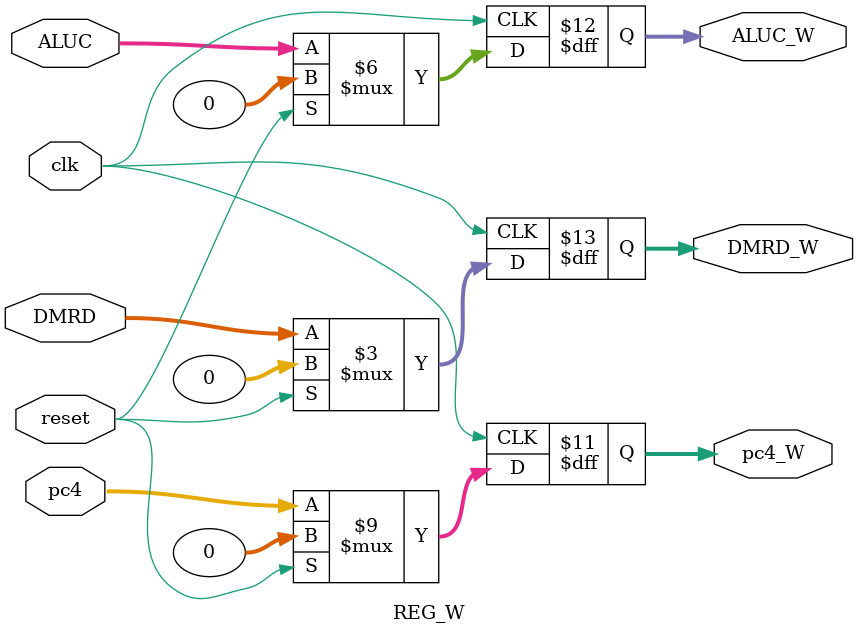
<source format=v>
`timescale 1ns / 1ps
module REG_D(
    input clk,
    input reset,
    input [31:0] instr,
    input [31:0] pc4,
    input en,
    output reg [31:0] instr_D,
    output reg [31:0] pc4_D
    );
	
	always @(posedge clk) begin
		if(reset) begin
			instr_D = 0;
			pc4_D = 0;
		end
		else if(en)begin
			instr_D = instr;
			pc4_D = pc4;
		end
	end

endmodule


module REG_E(
	input clk,
    input reset,
	input clr,
    input [31:0] V1,
	input [31:0] V2,
	input [31:0] ext,
	input [31:0] pc4,
	output [31:0] V1_E,
	output [31:0] V2_E,
	output [31:0] ext_E,
	output [31:0] pc4_E
    );

	always @(posedge clk) begin
		if(reset || clr)begin
			V1_E = 0;
			V2_E = 0;
			ext = 0;
			pc4 = 0;
		end
		else begin
			V1_E = V1;
			V2_E = V2;
			ext_E = ext;
			pc4_E =pc4;
		end
	end
	
endmodule





module REG_M(
	input clk,
	input reset,
    input [31:0] V2,
	input [31:0] ALUC,
	input [31:0] pc4,
	 
	output reg [31:0] V2_M,
	output reg [31:0] ALUC_M,
	output reg [31:0] pc4_M
	);
	
	always @(posedge clk)begin
		if(reset)begin
			V2_M = 0;
			ALUC_M = 0;
			pc4_M = 0;
		end
		else begin
			V2_M = V2;
			ALUC_M = ALUC;
			pc4_M = pc4;
		end
	end
	 
endmodule



module REG_W(
	input clk,
	input reset,
    input [31:0] pc4,
	input [31:0] ALUC,
	input [31:0] DMRD,
	output reg [31:0] pc4_W,
	output reg [31:0] ALUC_W,
	output reg [31:0] DMRD_W
	);
	
	always @(posedge clk)begin
		if(reset) begin
			pc4_W = 0;
			ALUC_W = 0;
			DMRD_W = 0;
		end
		else begin
			pc4_W = pc4;
			ALUC_W = ALUC;
			DMRD_W = DMRD;
		end
	end

endmodule


</source>
